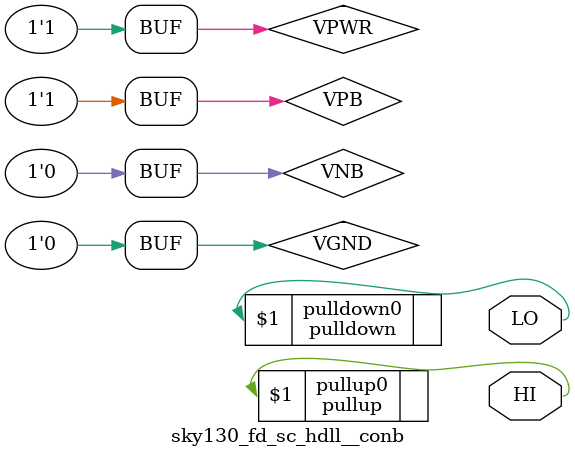
<source format=v>
/*
 * Copyright 2020 The SkyWater PDK Authors
 *
 * Licensed under the Apache License, Version 2.0 (the "License");
 * you may not use this file except in compliance with the License.
 * You may obtain a copy of the License at
 *
 *     https://www.apache.org/licenses/LICENSE-2.0
 *
 * Unless required by applicable law or agreed to in writing, software
 * distributed under the License is distributed on an "AS IS" BASIS,
 * WITHOUT WARRANTIES OR CONDITIONS OF ANY KIND, either express or implied.
 * See the License for the specific language governing permissions and
 * limitations under the License.
 *
 * SPDX-License-Identifier: Apache-2.0
*/


`ifndef SKY130_FD_SC_HDLL__CONB_TIMING_V
`define SKY130_FD_SC_HDLL__CONB_TIMING_V

/**
 * conb: Constant value, low, high outputs.
 *
 * Verilog simulation timing model.
 */

`timescale 1ns / 1ps
`default_nettype none

`celldefine
module sky130_fd_sc_hdll__conb (
    HI,
    LO
);

    // Module ports
    output HI;
    output LO;

    // Module supplies
    supply1 VPWR;
    supply0 VGND;
    supply1 VPB ;
    supply0 VNB ;

    //       Name       Output
    pullup   pullup0   (HI    );
    pulldown pulldown0 (LO    );

endmodule
`endcelldefine

`default_nettype wire
`endif  // SKY130_FD_SC_HDLL__CONB_TIMING_V

</source>
